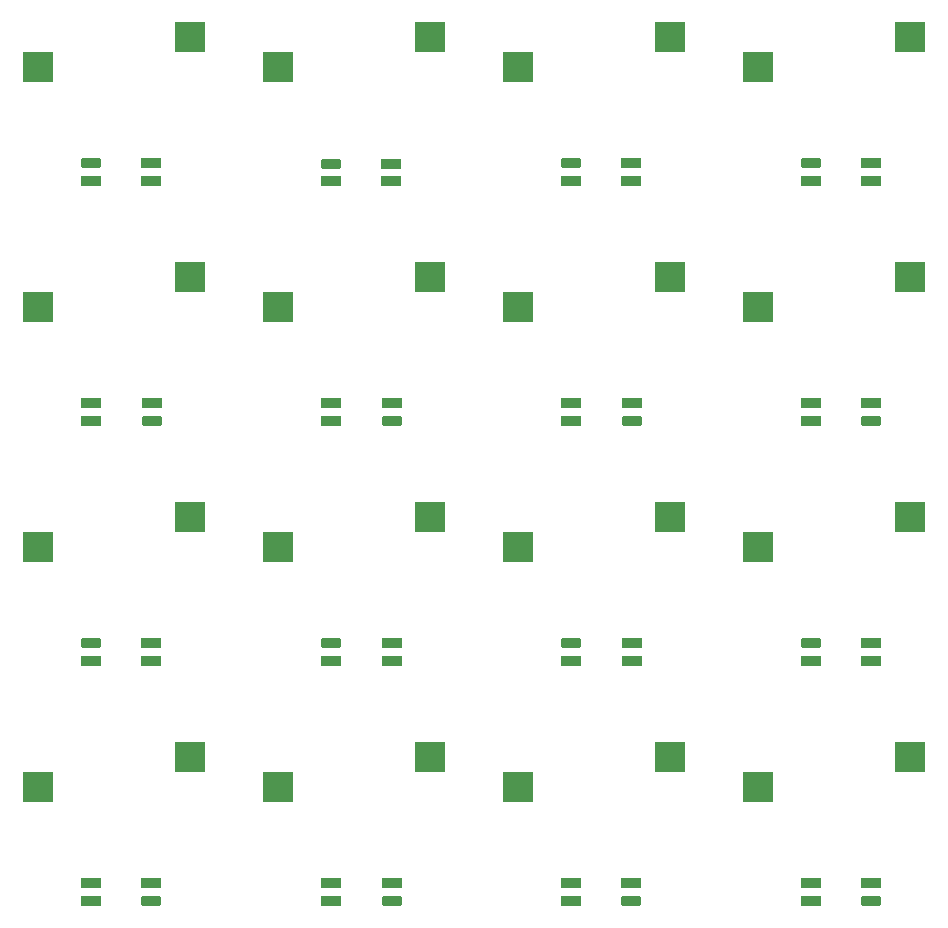
<source format=gbr>
%TF.GenerationSoftware,KiCad,Pcbnew,7.0.7*%
%TF.CreationDate,2023-09-24T17:48:37+02:00*%
%TF.ProjectId,pcb,7063622e-6b69-4636-9164-5f7063625858,rev?*%
%TF.SameCoordinates,Original*%
%TF.FileFunction,Paste,Bot*%
%TF.FilePolarity,Positive*%
%FSLAX46Y46*%
G04 Gerber Fmt 4.6, Leading zero omitted, Abs format (unit mm)*
G04 Created by KiCad (PCBNEW 7.0.7) date 2023-09-24 17:48:37*
%MOMM*%
%LPD*%
G01*
G04 APERTURE LIST*
G04 Aperture macros list*
%AMRoundRect*
0 Rectangle with rounded corners*
0 $1 Rounding radius*
0 $2 $3 $4 $5 $6 $7 $8 $9 X,Y pos of 4 corners*
0 Add a 4 corners polygon primitive as box body*
4,1,4,$2,$3,$4,$5,$6,$7,$8,$9,$2,$3,0*
0 Add four circle primitives for the rounded corners*
1,1,$1+$1,$2,$3*
1,1,$1+$1,$4,$5*
1,1,$1+$1,$6,$7*
1,1,$1+$1,$8,$9*
0 Add four rect primitives between the rounded corners*
20,1,$1+$1,$2,$3,$4,$5,0*
20,1,$1+$1,$4,$5,$6,$7,0*
20,1,$1+$1,$6,$7,$8,$9,0*
20,1,$1+$1,$8,$9,$2,$3,0*%
G04 Aperture macros list end*
%ADD10R,2.550000X2.500000*%
%ADD11R,1.700000X0.820000*%
%ADD12RoundRect,0.205000X0.645000X0.205000X-0.645000X0.205000X-0.645000X-0.205000X0.645000X-0.205000X0*%
%ADD13RoundRect,0.205000X-0.645000X-0.205000X0.645000X-0.205000X0.645000X0.205000X-0.645000X0.205000X0*%
G04 APERTURE END LIST*
D10*
%TO.C,SW16*%
X150395000Y-144780000D03*
X163322000Y-142240000D03*
%TD*%
%TO.C,SW15*%
X130075000Y-144780000D03*
X143002000Y-142240000D03*
%TD*%
%TO.C,SW14*%
X109755000Y-144780000D03*
X122682000Y-142240000D03*
%TD*%
%TO.C,SW13*%
X89435000Y-144780000D03*
X102362000Y-142240000D03*
%TD*%
%TO.C,SW12*%
X150395000Y-124460000D03*
X163322000Y-121920000D03*
%TD*%
%TO.C,SW11*%
X130075000Y-124460000D03*
X143002000Y-121920000D03*
%TD*%
%TO.C,SW10*%
X109755000Y-124460000D03*
X122682000Y-121920000D03*
%TD*%
%TO.C,SW9*%
X89435000Y-124460000D03*
X102362000Y-121920000D03*
%TD*%
%TO.C,SW8*%
X150395000Y-104140000D03*
X163322000Y-101600000D03*
%TD*%
%TO.C,SW7*%
X130075000Y-104140000D03*
X143002000Y-101600000D03*
%TD*%
%TO.C,SW6*%
X109755000Y-104140000D03*
X122682000Y-101600000D03*
%TD*%
%TO.C,SW5*%
X89435000Y-104140000D03*
X102362000Y-101600000D03*
%TD*%
%TO.C,SW4*%
X150395000Y-83820000D03*
X163322000Y-81280000D03*
%TD*%
%TO.C,SW3*%
X130075000Y-83820000D03*
X143002000Y-81280000D03*
%TD*%
%TO.C,SW2*%
X109755000Y-83820000D03*
X122682000Y-81280000D03*
%TD*%
%TO.C,SW1*%
X89435000Y-83820000D03*
X102362000Y-81280000D03*
%TD*%
D11*
%TO.C,LED1*%
X99072745Y-93480807D03*
X99072745Y-91980807D03*
D12*
X93972745Y-91980807D03*
D11*
X93972745Y-93480807D03*
%TD*%
%TO.C,LED6*%
X119398292Y-112287382D03*
D13*
X119398292Y-113787382D03*
D11*
X114298292Y-113787382D03*
X114298292Y-112287382D03*
%TD*%
%TO.C,LED12*%
X160031742Y-134092349D03*
X160031742Y-132592349D03*
D12*
X154931742Y-132592349D03*
D11*
X154931742Y-134092349D03*
%TD*%
%TO.C,LED16*%
X154930844Y-152936667D03*
X154930844Y-154436667D03*
D13*
X160030844Y-154436667D03*
D11*
X160030844Y-152936667D03*
%TD*%
%TO.C,LED15*%
X134604585Y-152945343D03*
X134604585Y-154445343D03*
D13*
X139704585Y-154445343D03*
D11*
X139704585Y-152945343D03*
%TD*%
%TO.C,LED10*%
X119400820Y-134118680D03*
X119400820Y-132618680D03*
D12*
X114300820Y-132618680D03*
D11*
X114300820Y-134118680D03*
%TD*%
%TO.C,LED14*%
X114308197Y-152929803D03*
X114308197Y-154429803D03*
D13*
X119408197Y-154429803D03*
D11*
X119408197Y-152929803D03*
%TD*%
%TO.C,LED2*%
X114263675Y-93504315D03*
D12*
X114263675Y-92004315D03*
D11*
X119363675Y-92004315D03*
X119363675Y-93504315D03*
%TD*%
%TO.C,LED11*%
X139724454Y-134130388D03*
X139724454Y-132630388D03*
D12*
X134624454Y-132630388D03*
D11*
X134624454Y-134130388D03*
%TD*%
%TO.C,LED5*%
X99082527Y-112288793D03*
D13*
X99082527Y-113788793D03*
D11*
X93982527Y-113788793D03*
X93982527Y-112288793D03*
%TD*%
%TO.C,LED13*%
X93974572Y-152924959D03*
X93974572Y-154424959D03*
D13*
X99074572Y-154424959D03*
D11*
X99074572Y-152924959D03*
%TD*%
%TO.C,LED9*%
X99071940Y-134109801D03*
X99071940Y-132609801D03*
D12*
X93971940Y-132609801D03*
D11*
X93971940Y-134109801D03*
%TD*%
%TO.C,LED8*%
X160024562Y-112299105D03*
D13*
X160024562Y-113799105D03*
D11*
X154924562Y-113799105D03*
X154924562Y-112299105D03*
%TD*%
%TO.C,LED4*%
X154932742Y-93471924D03*
D12*
X154932742Y-91971924D03*
D11*
X160032742Y-91971924D03*
X160032742Y-93471924D03*
%TD*%
%TO.C,LED7*%
X139717592Y-112305140D03*
D13*
X139717592Y-113805140D03*
D11*
X134617592Y-113805140D03*
X134617592Y-112305140D03*
%TD*%
%TO.C,LED3*%
X134603059Y-93490493D03*
D12*
X134603059Y-91990493D03*
D11*
X139703059Y-91990493D03*
X139703059Y-93490493D03*
%TD*%
M02*

</source>
